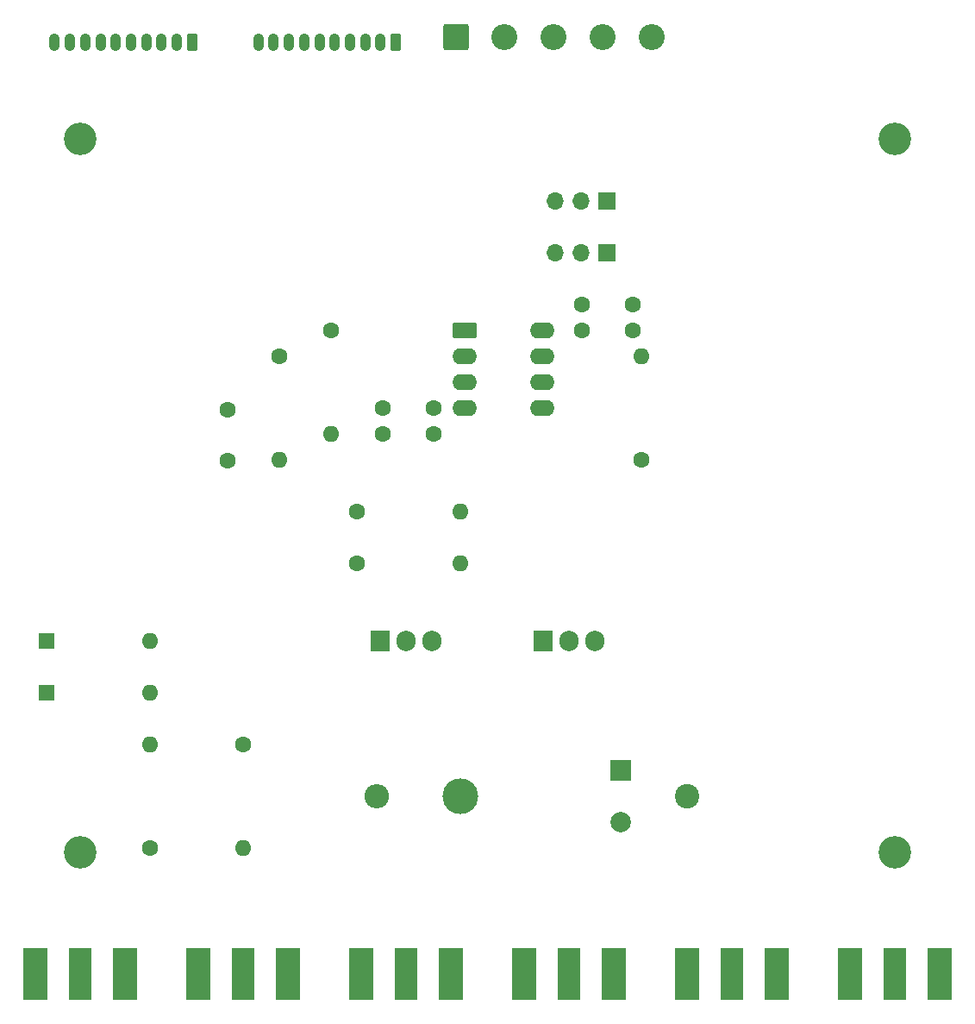
<source format=gts>
G04 #@! TF.GenerationSoftware,KiCad,Pcbnew,9.0.0*
G04 #@! TF.CreationDate,2025-07-04T16:46:46-07:00*
G04 #@! TF.ProjectId,bipolar_current_control,6269706f-6c61-4725-9f63-757272656e74,rev?*
G04 #@! TF.SameCoordinates,Original*
G04 #@! TF.FileFunction,Soldermask,Top*
G04 #@! TF.FilePolarity,Negative*
%FSLAX46Y46*%
G04 Gerber Fmt 4.6, Leading zero omitted, Abs format (unit mm)*
G04 Created by KiCad (PCBNEW 9.0.0) date 2025-07-04 16:46:46*
%MOMM*%
%LPD*%
G01*
G04 APERTURE LIST*
G04 Aperture macros list*
%AMRoundRect*
0 Rectangle with rounded corners*
0 $1 Rounding radius*
0 $2 $3 $4 $5 $6 $7 $8 $9 X,Y pos of 4 corners*
0 Add a 4 corners polygon primitive as box body*
4,1,4,$2,$3,$4,$5,$6,$7,$8,$9,$2,$3,0*
0 Add four circle primitives for the rounded corners*
1,1,$1+$1,$2,$3*
1,1,$1+$1,$4,$5*
1,1,$1+$1,$6,$7*
1,1,$1+$1,$8,$9*
0 Add four rect primitives between the rounded corners*
20,1,$1+$1,$2,$3,$4,$5,0*
20,1,$1+$1,$4,$5,$6,$7,0*
20,1,$1+$1,$6,$7,$8,$9,0*
20,1,$1+$1,$8,$9,$2,$3,0*%
G04 Aperture macros list end*
%ADD10C,1.600000*%
%ADD11C,3.500000*%
%ADD12R,2.000000X2.000000*%
%ADD13C,2.000000*%
%ADD14R,1.700000X1.700000*%
%ADD15O,1.700000X1.700000*%
%ADD16R,1.600000X1.600000*%
%ADD17O,1.600000X1.600000*%
%ADD18R,2.290000X5.080000*%
%ADD19R,2.420000X5.080000*%
%ADD20C,2.400000*%
%ADD21O,2.400000X2.400000*%
%ADD22RoundRect,0.249999X-1.025001X-1.025001X1.025001X-1.025001X1.025001X1.025001X-1.025001X1.025001X0*%
%ADD23C,2.550000*%
%ADD24RoundRect,0.250000X0.265000X0.615000X-0.265000X0.615000X-0.265000X-0.615000X0.265000X-0.615000X0*%
%ADD25O,1.030000X1.730000*%
%ADD26C,3.200000*%
%ADD27R,1.905000X2.000000*%
%ADD28O,1.905000X2.000000*%
%ADD29RoundRect,0.250000X-0.950000X-0.550000X0.950000X-0.550000X0.950000X0.550000X-0.950000X0.550000X0*%
%ADD30O,2.400000X1.600000*%
G04 APERTURE END LIST*
D10*
X159245000Y-83820000D03*
X164245000Y-83820000D03*
D11*
X147320000Y-129540000D03*
D12*
X163120000Y-127000000D03*
D13*
X163120000Y-132080000D03*
D14*
X161745000Y-76200000D03*
D15*
X159205000Y-76200000D03*
X156665000Y-76200000D03*
D16*
X106680000Y-114300000D03*
D17*
X116840000Y-114300000D03*
D18*
X190000000Y-146930000D03*
D19*
X185620000Y-146930000D03*
X194380000Y-146930000D03*
D20*
X169620000Y-129540000D03*
D21*
X139140000Y-129540000D03*
D22*
X146900000Y-55000000D03*
D23*
X151700000Y-55000000D03*
X156500000Y-55000000D03*
X161300000Y-55000000D03*
X166100000Y-55000000D03*
D24*
X141000000Y-55500000D03*
D25*
X139500000Y-55500000D03*
X138000000Y-55500000D03*
X136500000Y-55500000D03*
X135000000Y-55500000D03*
X133500000Y-55500000D03*
X132000000Y-55500000D03*
X130500000Y-55500000D03*
X129000000Y-55500000D03*
X127500000Y-55500000D03*
D10*
X137160000Y-106680000D03*
D17*
X147320000Y-106680000D03*
D26*
X190000000Y-135000000D03*
X110000000Y-65000000D03*
D18*
X142000000Y-146930000D03*
D19*
X137620000Y-146930000D03*
X146380000Y-146930000D03*
D26*
X190000000Y-65000000D03*
D10*
X124460000Y-96600000D03*
X124460000Y-91600000D03*
X116840000Y-134620000D03*
D17*
X116840000Y-124460000D03*
D26*
X110000000Y-135000000D03*
D10*
X129540000Y-86360000D03*
D17*
X129540000Y-96520000D03*
D10*
X144700000Y-93980000D03*
X139700000Y-93980000D03*
D16*
X106680000Y-119380000D03*
D17*
X116840000Y-119380000D03*
D10*
X137160000Y-101600000D03*
D17*
X147320000Y-101600000D03*
D10*
X144700000Y-91440000D03*
X139700000Y-91440000D03*
D14*
X161745000Y-71120000D03*
D15*
X159205000Y-71120000D03*
X156665000Y-71120000D03*
D10*
X126000000Y-124460000D03*
D17*
X126000000Y-134620000D03*
D18*
X126000000Y-146930000D03*
D19*
X121620000Y-146930000D03*
X130380000Y-146930000D03*
D27*
X139460000Y-114300000D03*
D28*
X142000000Y-114300000D03*
X144540000Y-114300000D03*
D10*
X159245000Y-81280000D03*
X164245000Y-81280000D03*
D27*
X155460000Y-114300000D03*
D28*
X158000000Y-114300000D03*
X160540000Y-114300000D03*
D24*
X121000000Y-55500000D03*
D25*
X119500000Y-55500000D03*
X118000000Y-55500000D03*
X116500000Y-55500000D03*
X115000000Y-55500000D03*
X113500000Y-55500000D03*
X112000000Y-55500000D03*
X110500000Y-55500000D03*
X109000000Y-55500000D03*
X107500000Y-55500000D03*
D18*
X158000000Y-146930000D03*
D19*
X153620000Y-146930000D03*
X162380000Y-146930000D03*
D10*
X134620000Y-83820000D03*
D17*
X134620000Y-93980000D03*
D18*
X174000000Y-146930000D03*
D19*
X169620000Y-146930000D03*
X178380000Y-146930000D03*
D10*
X165100000Y-96520000D03*
D17*
X165100000Y-86360000D03*
D18*
X110000000Y-146930000D03*
D19*
X105620000Y-146930000D03*
X114380000Y-146930000D03*
D29*
X147800000Y-83820000D03*
D30*
X147800000Y-86360000D03*
X147800000Y-88900000D03*
X147800000Y-91440000D03*
X155420000Y-91440000D03*
X155420000Y-88900000D03*
X155420000Y-86360000D03*
X155420000Y-83820000D03*
M02*

</source>
